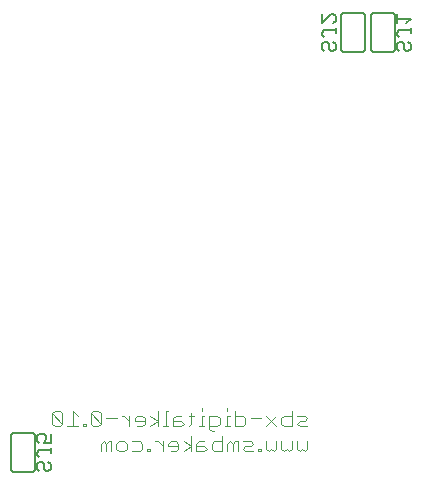
<source format=gbo>
G04 EAGLE Gerber RS-274X export*
G75*
%MOMM*%
%FSLAX34Y34*%
%LPD*%
%INSilkscreen Bottom*%
%IPPOS*%
%AMOC8*
5,1,8,0,0,1.08239X$1,22.5*%
G01*
%ADD10C,0.101600*%
%ADD11C,0.152400*%
%ADD12C,0.127000*%


D10*
X418592Y263144D02*
X411982Y263144D01*
X409779Y265347D01*
X411982Y267550D01*
X416389Y267550D01*
X418592Y269754D01*
X416389Y271957D01*
X409779Y271957D01*
X405495Y276363D02*
X405495Y263144D01*
X398885Y263144D01*
X396682Y265347D01*
X396682Y269754D01*
X398885Y271957D01*
X405495Y271957D01*
X392398Y271957D02*
X383585Y263144D01*
X392398Y263144D02*
X383585Y271957D01*
X379300Y269754D02*
X370487Y269754D01*
X357390Y276363D02*
X357390Y263144D01*
X364000Y263144D01*
X366203Y265347D01*
X366203Y269754D01*
X364000Y271957D01*
X357390Y271957D01*
X353106Y271957D02*
X350903Y271957D01*
X350903Y263144D01*
X353106Y263144D02*
X348699Y263144D01*
X350903Y276363D02*
X350903Y278567D01*
X339968Y258738D02*
X337765Y258738D01*
X335561Y260941D01*
X335561Y271957D01*
X342171Y271957D01*
X344374Y269754D01*
X344374Y265347D01*
X342171Y263144D01*
X335561Y263144D01*
X331277Y271957D02*
X329074Y271957D01*
X329074Y263144D01*
X331277Y263144D02*
X326871Y263144D01*
X329074Y276363D02*
X329074Y278567D01*
X320342Y274160D02*
X320342Y265347D01*
X318139Y263144D01*
X318139Y271957D02*
X322546Y271957D01*
X311611Y271957D02*
X307204Y271957D01*
X305001Y269754D01*
X305001Y263144D01*
X311611Y263144D01*
X313814Y265347D01*
X311611Y267550D01*
X305001Y267550D01*
X300717Y276363D02*
X298514Y276363D01*
X298514Y263144D01*
X300717Y263144D02*
X296310Y263144D01*
X291985Y263144D02*
X291985Y276363D01*
X291985Y267550D02*
X285376Y263144D01*
X291985Y267550D02*
X285376Y271957D01*
X278868Y263144D02*
X274461Y263144D01*
X278868Y263144D02*
X281071Y265347D01*
X281071Y269754D01*
X278868Y271957D01*
X274461Y271957D01*
X272258Y269754D01*
X272258Y267550D01*
X281071Y267550D01*
X267974Y263144D02*
X267974Y271957D01*
X267974Y267550D02*
X263567Y271957D01*
X261364Y271957D01*
X257059Y269754D02*
X248246Y269754D01*
X243962Y274160D02*
X243962Y265347D01*
X243962Y274160D02*
X241759Y276363D01*
X237352Y276363D01*
X235149Y274160D01*
X235149Y265347D01*
X237352Y263144D01*
X241759Y263144D01*
X243962Y265347D01*
X235149Y274160D01*
X230865Y265347D02*
X230865Y263144D01*
X230865Y265347D02*
X228662Y265347D01*
X228662Y263144D01*
X230865Y263144D01*
X224316Y271957D02*
X219910Y276363D01*
X219910Y263144D01*
X224316Y263144D02*
X215503Y263144D01*
X211219Y265347D02*
X211219Y274160D01*
X209016Y276363D01*
X204609Y276363D01*
X202406Y274160D01*
X202406Y265347D01*
X204609Y263144D01*
X209016Y263144D01*
X211219Y265347D01*
X202406Y274160D01*
X418592Y250621D02*
X418592Y244011D01*
X416389Y241808D01*
X414186Y244011D01*
X411982Y241808D01*
X409779Y244011D01*
X409779Y250621D01*
X405495Y250621D02*
X405495Y244011D01*
X403292Y241808D01*
X401088Y244011D01*
X398885Y241808D01*
X396682Y244011D01*
X396682Y250621D01*
X392398Y250621D02*
X392398Y244011D01*
X390194Y241808D01*
X387991Y244011D01*
X385788Y241808D01*
X383585Y244011D01*
X383585Y250621D01*
X379300Y244011D02*
X379300Y241808D01*
X379300Y244011D02*
X377097Y244011D01*
X377097Y241808D01*
X379300Y241808D01*
X372752Y241808D02*
X366142Y241808D01*
X363939Y244011D01*
X366142Y246214D01*
X370548Y246214D01*
X372752Y248418D01*
X370548Y250621D01*
X363939Y250621D01*
X359654Y250621D02*
X359654Y241808D01*
X359654Y250621D02*
X357451Y250621D01*
X355248Y248418D01*
X355248Y241808D01*
X355248Y248418D02*
X353045Y250621D01*
X350842Y248418D01*
X350842Y241808D01*
X346557Y241808D02*
X346557Y255027D01*
X346557Y241808D02*
X339948Y241808D01*
X337744Y244011D01*
X337744Y248418D01*
X339948Y250621D01*
X346557Y250621D01*
X331257Y250621D02*
X326850Y250621D01*
X324647Y248418D01*
X324647Y241808D01*
X331257Y241808D01*
X333460Y244011D01*
X331257Y246214D01*
X324647Y246214D01*
X320363Y241808D02*
X320363Y255027D01*
X320363Y246214D02*
X313753Y241808D01*
X320363Y246214D02*
X313753Y250621D01*
X307245Y241808D02*
X302839Y241808D01*
X307245Y241808D02*
X309448Y244011D01*
X309448Y248418D01*
X307245Y250621D01*
X302839Y250621D01*
X300635Y248418D01*
X300635Y246214D01*
X309448Y246214D01*
X296351Y241808D02*
X296351Y250621D01*
X291945Y250621D02*
X296351Y246214D01*
X291945Y250621D02*
X289741Y250621D01*
X285437Y244011D02*
X285437Y241808D01*
X285437Y244011D02*
X283233Y244011D01*
X283233Y241808D01*
X285437Y241808D01*
X276685Y250621D02*
X270075Y250621D01*
X276685Y250621D02*
X278888Y248418D01*
X278888Y244011D01*
X276685Y241808D01*
X270075Y241808D01*
X263588Y241808D02*
X259181Y241808D01*
X256978Y244011D01*
X256978Y248418D01*
X259181Y250621D01*
X263588Y250621D01*
X265791Y248418D01*
X265791Y244011D01*
X263588Y241808D01*
X252694Y241808D02*
X252694Y250621D01*
X250490Y250621D01*
X248287Y248418D01*
X248287Y241808D01*
X248287Y248418D02*
X246084Y250621D01*
X243881Y248418D01*
X243881Y241808D01*
D11*
X472440Y582930D02*
X472440Y610870D01*
X490220Y613410D02*
X490320Y613408D01*
X490419Y613402D01*
X490519Y613392D01*
X490617Y613379D01*
X490716Y613361D01*
X490813Y613340D01*
X490909Y613315D01*
X491005Y613286D01*
X491099Y613253D01*
X491192Y613217D01*
X491283Y613177D01*
X491373Y613133D01*
X491461Y613086D01*
X491547Y613036D01*
X491631Y612982D01*
X491713Y612925D01*
X491792Y612865D01*
X491870Y612801D01*
X491944Y612735D01*
X492016Y612666D01*
X492085Y612594D01*
X492151Y612520D01*
X492215Y612442D01*
X492275Y612363D01*
X492332Y612281D01*
X492386Y612197D01*
X492436Y612111D01*
X492483Y612023D01*
X492527Y611933D01*
X492567Y611842D01*
X492603Y611749D01*
X492636Y611655D01*
X492665Y611559D01*
X492690Y611463D01*
X492711Y611366D01*
X492729Y611267D01*
X492742Y611169D01*
X492752Y611069D01*
X492758Y610970D01*
X492760Y610870D01*
X492760Y582930D02*
X492758Y582830D01*
X492752Y582731D01*
X492742Y582631D01*
X492729Y582533D01*
X492711Y582434D01*
X492690Y582337D01*
X492665Y582241D01*
X492636Y582145D01*
X492603Y582051D01*
X492567Y581958D01*
X492527Y581867D01*
X492483Y581777D01*
X492436Y581689D01*
X492386Y581603D01*
X492332Y581519D01*
X492275Y581437D01*
X492215Y581358D01*
X492151Y581280D01*
X492085Y581206D01*
X492016Y581134D01*
X491944Y581065D01*
X491870Y580999D01*
X491792Y580935D01*
X491713Y580875D01*
X491631Y580818D01*
X491547Y580764D01*
X491461Y580714D01*
X491373Y580667D01*
X491283Y580623D01*
X491192Y580583D01*
X491099Y580547D01*
X491005Y580514D01*
X490909Y580485D01*
X490813Y580460D01*
X490716Y580439D01*
X490617Y580421D01*
X490519Y580408D01*
X490419Y580398D01*
X490320Y580392D01*
X490220Y580390D01*
X474980Y580390D02*
X474880Y580392D01*
X474781Y580398D01*
X474681Y580408D01*
X474583Y580421D01*
X474484Y580439D01*
X474387Y580460D01*
X474291Y580485D01*
X474195Y580514D01*
X474101Y580547D01*
X474008Y580583D01*
X473917Y580623D01*
X473827Y580667D01*
X473739Y580714D01*
X473653Y580764D01*
X473569Y580818D01*
X473487Y580875D01*
X473408Y580935D01*
X473330Y580999D01*
X473256Y581065D01*
X473184Y581134D01*
X473115Y581206D01*
X473049Y581280D01*
X472985Y581358D01*
X472925Y581437D01*
X472868Y581519D01*
X472814Y581603D01*
X472764Y581689D01*
X472717Y581777D01*
X472673Y581867D01*
X472633Y581958D01*
X472597Y582051D01*
X472564Y582145D01*
X472535Y582241D01*
X472510Y582337D01*
X472489Y582434D01*
X472471Y582533D01*
X472458Y582631D01*
X472448Y582731D01*
X472442Y582830D01*
X472440Y582930D01*
X472440Y610870D02*
X472442Y610970D01*
X472448Y611069D01*
X472458Y611169D01*
X472471Y611267D01*
X472489Y611366D01*
X472510Y611463D01*
X472535Y611559D01*
X472564Y611655D01*
X472597Y611749D01*
X472633Y611842D01*
X472673Y611933D01*
X472717Y612023D01*
X472764Y612111D01*
X472814Y612197D01*
X472868Y612281D01*
X472925Y612363D01*
X472985Y612442D01*
X473049Y612520D01*
X473115Y612594D01*
X473184Y612666D01*
X473256Y612735D01*
X473330Y612801D01*
X473408Y612865D01*
X473487Y612925D01*
X473569Y612982D01*
X473653Y613036D01*
X473739Y613086D01*
X473827Y613133D01*
X473917Y613177D01*
X474008Y613217D01*
X474101Y613253D01*
X474195Y613286D01*
X474291Y613315D01*
X474387Y613340D01*
X474484Y613361D01*
X474583Y613379D01*
X474681Y613392D01*
X474781Y613402D01*
X474880Y613408D01*
X474980Y613410D01*
X490220Y613410D01*
X490220Y580390D02*
X474980Y580390D01*
X492760Y582930D02*
X492760Y610870D01*
D12*
X504198Y588652D02*
X506105Y586745D01*
X506105Y582932D01*
X504198Y581025D01*
X502292Y581025D01*
X500385Y582932D01*
X500385Y586745D01*
X498478Y588652D01*
X496572Y588652D01*
X494665Y586745D01*
X494665Y582932D01*
X496572Y581025D01*
X496572Y592719D02*
X494665Y594626D01*
X494665Y596532D01*
X496572Y598439D01*
X506105Y598439D01*
X506105Y600345D02*
X506105Y596532D01*
X502292Y604413D02*
X506105Y608226D01*
X494665Y608226D01*
X494665Y604413D02*
X494665Y612039D01*
D11*
X447040Y610870D02*
X447040Y582930D01*
X467360Y610870D02*
X467358Y610970D01*
X467352Y611069D01*
X467342Y611169D01*
X467329Y611267D01*
X467311Y611366D01*
X467290Y611463D01*
X467265Y611559D01*
X467236Y611655D01*
X467203Y611749D01*
X467167Y611842D01*
X467127Y611933D01*
X467083Y612023D01*
X467036Y612111D01*
X466986Y612197D01*
X466932Y612281D01*
X466875Y612363D01*
X466815Y612442D01*
X466751Y612520D01*
X466685Y612594D01*
X466616Y612666D01*
X466544Y612735D01*
X466470Y612801D01*
X466392Y612865D01*
X466313Y612925D01*
X466231Y612982D01*
X466147Y613036D01*
X466061Y613086D01*
X465973Y613133D01*
X465883Y613177D01*
X465792Y613217D01*
X465699Y613253D01*
X465605Y613286D01*
X465509Y613315D01*
X465413Y613340D01*
X465316Y613361D01*
X465217Y613379D01*
X465119Y613392D01*
X465019Y613402D01*
X464920Y613408D01*
X464820Y613410D01*
X467360Y582930D02*
X467358Y582830D01*
X467352Y582731D01*
X467342Y582631D01*
X467329Y582533D01*
X467311Y582434D01*
X467290Y582337D01*
X467265Y582241D01*
X467236Y582145D01*
X467203Y582051D01*
X467167Y581958D01*
X467127Y581867D01*
X467083Y581777D01*
X467036Y581689D01*
X466986Y581603D01*
X466932Y581519D01*
X466875Y581437D01*
X466815Y581358D01*
X466751Y581280D01*
X466685Y581206D01*
X466616Y581134D01*
X466544Y581065D01*
X466470Y580999D01*
X466392Y580935D01*
X466313Y580875D01*
X466231Y580818D01*
X466147Y580764D01*
X466061Y580714D01*
X465973Y580667D01*
X465883Y580623D01*
X465792Y580583D01*
X465699Y580547D01*
X465605Y580514D01*
X465509Y580485D01*
X465413Y580460D01*
X465316Y580439D01*
X465217Y580421D01*
X465119Y580408D01*
X465019Y580398D01*
X464920Y580392D01*
X464820Y580390D01*
X449580Y580390D02*
X449480Y580392D01*
X449381Y580398D01*
X449281Y580408D01*
X449183Y580421D01*
X449084Y580439D01*
X448987Y580460D01*
X448891Y580485D01*
X448795Y580514D01*
X448701Y580547D01*
X448608Y580583D01*
X448517Y580623D01*
X448427Y580667D01*
X448339Y580714D01*
X448253Y580764D01*
X448169Y580818D01*
X448087Y580875D01*
X448008Y580935D01*
X447930Y580999D01*
X447856Y581065D01*
X447784Y581134D01*
X447715Y581206D01*
X447649Y581280D01*
X447585Y581358D01*
X447525Y581437D01*
X447468Y581519D01*
X447414Y581603D01*
X447364Y581689D01*
X447317Y581777D01*
X447273Y581867D01*
X447233Y581958D01*
X447197Y582051D01*
X447164Y582145D01*
X447135Y582241D01*
X447110Y582337D01*
X447089Y582434D01*
X447071Y582533D01*
X447058Y582631D01*
X447048Y582731D01*
X447042Y582830D01*
X447040Y582930D01*
X447040Y610870D02*
X447042Y610970D01*
X447048Y611069D01*
X447058Y611169D01*
X447071Y611267D01*
X447089Y611366D01*
X447110Y611463D01*
X447135Y611559D01*
X447164Y611655D01*
X447197Y611749D01*
X447233Y611842D01*
X447273Y611933D01*
X447317Y612023D01*
X447364Y612111D01*
X447414Y612197D01*
X447468Y612281D01*
X447525Y612363D01*
X447585Y612442D01*
X447649Y612520D01*
X447715Y612594D01*
X447784Y612666D01*
X447856Y612735D01*
X447930Y612801D01*
X448008Y612865D01*
X448087Y612925D01*
X448169Y612982D01*
X448253Y613036D01*
X448339Y613086D01*
X448427Y613133D01*
X448517Y613177D01*
X448608Y613217D01*
X448701Y613253D01*
X448795Y613286D01*
X448891Y613315D01*
X448987Y613340D01*
X449084Y613361D01*
X449183Y613379D01*
X449281Y613392D01*
X449381Y613402D01*
X449480Y613408D01*
X449580Y613410D01*
X464820Y613410D01*
X464820Y580390D02*
X449580Y580390D01*
X467360Y582930D02*
X467360Y610870D01*
D12*
X442605Y586745D02*
X440698Y588652D01*
X442605Y586745D02*
X442605Y582932D01*
X440698Y581025D01*
X438792Y581025D01*
X436885Y582932D01*
X436885Y586745D01*
X434978Y588652D01*
X433072Y588652D01*
X431165Y586745D01*
X431165Y582932D01*
X433072Y581025D01*
X433072Y592719D02*
X431165Y594626D01*
X431165Y596532D01*
X433072Y598439D01*
X442605Y598439D01*
X442605Y600345D02*
X442605Y596532D01*
X431165Y604413D02*
X431165Y612039D01*
X431165Y604413D02*
X438792Y612039D01*
X440698Y612039D01*
X442605Y610133D01*
X442605Y606320D01*
X440698Y604413D01*
D11*
X167640Y255270D02*
X167640Y227330D01*
X187960Y255270D02*
X187958Y255370D01*
X187952Y255469D01*
X187942Y255569D01*
X187929Y255667D01*
X187911Y255766D01*
X187890Y255863D01*
X187865Y255959D01*
X187836Y256055D01*
X187803Y256149D01*
X187767Y256242D01*
X187727Y256333D01*
X187683Y256423D01*
X187636Y256511D01*
X187586Y256597D01*
X187532Y256681D01*
X187475Y256763D01*
X187415Y256842D01*
X187351Y256920D01*
X187285Y256994D01*
X187216Y257066D01*
X187144Y257135D01*
X187070Y257201D01*
X186992Y257265D01*
X186913Y257325D01*
X186831Y257382D01*
X186747Y257436D01*
X186661Y257486D01*
X186573Y257533D01*
X186483Y257577D01*
X186392Y257617D01*
X186299Y257653D01*
X186205Y257686D01*
X186109Y257715D01*
X186013Y257740D01*
X185916Y257761D01*
X185817Y257779D01*
X185719Y257792D01*
X185619Y257802D01*
X185520Y257808D01*
X185420Y257810D01*
X187960Y227330D02*
X187958Y227230D01*
X187952Y227131D01*
X187942Y227031D01*
X187929Y226933D01*
X187911Y226834D01*
X187890Y226737D01*
X187865Y226641D01*
X187836Y226545D01*
X187803Y226451D01*
X187767Y226358D01*
X187727Y226267D01*
X187683Y226177D01*
X187636Y226089D01*
X187586Y226003D01*
X187532Y225919D01*
X187475Y225837D01*
X187415Y225758D01*
X187351Y225680D01*
X187285Y225606D01*
X187216Y225534D01*
X187144Y225465D01*
X187070Y225399D01*
X186992Y225335D01*
X186913Y225275D01*
X186831Y225218D01*
X186747Y225164D01*
X186661Y225114D01*
X186573Y225067D01*
X186483Y225023D01*
X186392Y224983D01*
X186299Y224947D01*
X186205Y224914D01*
X186109Y224885D01*
X186013Y224860D01*
X185916Y224839D01*
X185817Y224821D01*
X185719Y224808D01*
X185619Y224798D01*
X185520Y224792D01*
X185420Y224790D01*
X170180Y224790D02*
X170080Y224792D01*
X169981Y224798D01*
X169881Y224808D01*
X169783Y224821D01*
X169684Y224839D01*
X169587Y224860D01*
X169491Y224885D01*
X169395Y224914D01*
X169301Y224947D01*
X169208Y224983D01*
X169117Y225023D01*
X169027Y225067D01*
X168939Y225114D01*
X168853Y225164D01*
X168769Y225218D01*
X168687Y225275D01*
X168608Y225335D01*
X168530Y225399D01*
X168456Y225465D01*
X168384Y225534D01*
X168315Y225606D01*
X168249Y225680D01*
X168185Y225758D01*
X168125Y225837D01*
X168068Y225919D01*
X168014Y226003D01*
X167964Y226089D01*
X167917Y226177D01*
X167873Y226267D01*
X167833Y226358D01*
X167797Y226451D01*
X167764Y226545D01*
X167735Y226641D01*
X167710Y226737D01*
X167689Y226834D01*
X167671Y226933D01*
X167658Y227031D01*
X167648Y227131D01*
X167642Y227230D01*
X167640Y227330D01*
X167640Y255270D02*
X167642Y255370D01*
X167648Y255469D01*
X167658Y255569D01*
X167671Y255667D01*
X167689Y255766D01*
X167710Y255863D01*
X167735Y255959D01*
X167764Y256055D01*
X167797Y256149D01*
X167833Y256242D01*
X167873Y256333D01*
X167917Y256423D01*
X167964Y256511D01*
X168014Y256597D01*
X168068Y256681D01*
X168125Y256763D01*
X168185Y256842D01*
X168249Y256920D01*
X168315Y256994D01*
X168384Y257066D01*
X168456Y257135D01*
X168530Y257201D01*
X168608Y257265D01*
X168687Y257325D01*
X168769Y257382D01*
X168853Y257436D01*
X168939Y257486D01*
X169027Y257533D01*
X169117Y257577D01*
X169208Y257617D01*
X169301Y257653D01*
X169395Y257686D01*
X169491Y257715D01*
X169587Y257740D01*
X169684Y257761D01*
X169783Y257779D01*
X169881Y257792D01*
X169981Y257802D01*
X170080Y257808D01*
X170180Y257810D01*
X185420Y257810D01*
X185420Y224790D02*
X170180Y224790D01*
X187960Y227330D02*
X187960Y255270D01*
D12*
X199398Y233052D02*
X201305Y231145D01*
X201305Y227332D01*
X199398Y225425D01*
X197492Y225425D01*
X195585Y227332D01*
X195585Y231145D01*
X193678Y233052D01*
X191772Y233052D01*
X189865Y231145D01*
X189865Y227332D01*
X191772Y225425D01*
X191772Y237119D02*
X189865Y239026D01*
X189865Y240932D01*
X191772Y242839D01*
X201305Y242839D01*
X201305Y244745D02*
X201305Y240932D01*
X201305Y248813D02*
X201305Y256439D01*
X201305Y248813D02*
X195585Y248813D01*
X197492Y252626D01*
X197492Y254533D01*
X195585Y256439D01*
X191772Y256439D01*
X189865Y254533D01*
X189865Y250720D01*
X191772Y248813D01*
M02*

</source>
